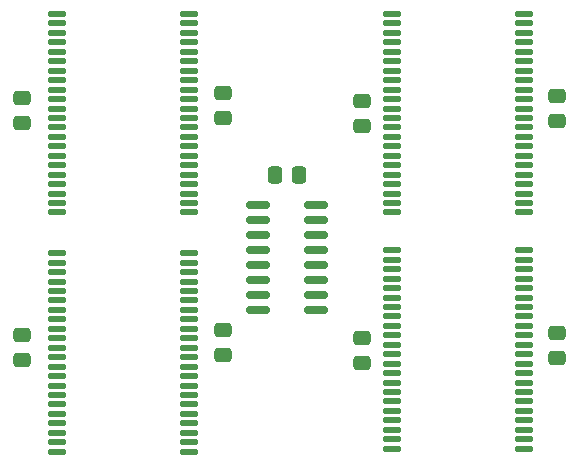
<source format=gtp>
G04 #@! TF.GenerationSoftware,KiCad,Pcbnew,8.0.0*
G04 #@! TF.CreationDate,2024-03-01T08:43:17-05:00*
G04 #@! TF.ProjectId,Rosco-MiniHat-4Mb,526f7363-6f2d-44d6-996e-694861742d34,rev?*
G04 #@! TF.SameCoordinates,Original*
G04 #@! TF.FileFunction,Paste,Top*
G04 #@! TF.FilePolarity,Positive*
%FSLAX46Y46*%
G04 Gerber Fmt 4.6, Leading zero omitted, Abs format (unit mm)*
G04 Created by KiCad (PCBNEW 8.0.0) date 2024-03-01 08:43:17*
%MOMM*%
%LPD*%
G01*
G04 APERTURE LIST*
G04 Aperture macros list*
%AMRoundRect*
0 Rectangle with rounded corners*
0 $1 Rounding radius*
0 $2 $3 $4 $5 $6 $7 $8 $9 X,Y pos of 4 corners*
0 Add a 4 corners polygon primitive as box body*
4,1,4,$2,$3,$4,$5,$6,$7,$8,$9,$2,$3,0*
0 Add four circle primitives for the rounded corners*
1,1,$1+$1,$2,$3*
1,1,$1+$1,$4,$5*
1,1,$1+$1,$6,$7*
1,1,$1+$1,$8,$9*
0 Add four rect primitives between the rounded corners*
20,1,$1+$1,$2,$3,$4,$5,0*
20,1,$1+$1,$4,$5,$6,$7,0*
20,1,$1+$1,$6,$7,$8,$9,0*
20,1,$1+$1,$8,$9,$2,$3,0*%
G04 Aperture macros list end*
%ADD10RoundRect,0.250000X-0.475000X0.337500X-0.475000X-0.337500X0.475000X-0.337500X0.475000X0.337500X0*%
%ADD11RoundRect,0.137500X-0.625000X-0.137500X0.625000X-0.137500X0.625000X0.137500X-0.625000X0.137500X0*%
%ADD12RoundRect,0.250000X0.475000X-0.337500X0.475000X0.337500X-0.475000X0.337500X-0.475000X-0.337500X0*%
%ADD13RoundRect,0.250000X0.337500X0.475000X-0.337500X0.475000X-0.337500X-0.475000X0.337500X-0.475000X0*%
%ADD14RoundRect,0.150000X-0.825000X-0.150000X0.825000X-0.150000X0.825000X0.150000X-0.825000X0.150000X0*%
G04 APERTURE END LIST*
D10*
X37750000Y-60212500D03*
X37750000Y-62287500D03*
D11*
X40662500Y-73350000D03*
X40662500Y-74150000D03*
X40662500Y-74950000D03*
X40662500Y-75750000D03*
X40662500Y-76550000D03*
X40662500Y-77350000D03*
X40662500Y-78150000D03*
X40662500Y-78950000D03*
X40662500Y-79750000D03*
X40662500Y-80550000D03*
X40662500Y-81350000D03*
X40662500Y-82150000D03*
X40662500Y-82950000D03*
X40662500Y-83750000D03*
X40662500Y-84550000D03*
X40662500Y-85350000D03*
X40662500Y-86150000D03*
X40662500Y-86950000D03*
X40662500Y-87750000D03*
X40662500Y-88550000D03*
X40662500Y-89350000D03*
X40662500Y-90150000D03*
X51837500Y-90150000D03*
X51837500Y-89350000D03*
X51837500Y-88550000D03*
X51837500Y-87750000D03*
X51837500Y-86950000D03*
X51837500Y-86150000D03*
X51837500Y-85350000D03*
X51837500Y-84550000D03*
X51837500Y-83750000D03*
X51837500Y-82950000D03*
X51837500Y-82150000D03*
X51837500Y-81350000D03*
X51837500Y-80550000D03*
X51837500Y-79750000D03*
X51837500Y-78950000D03*
X51837500Y-78150000D03*
X51837500Y-77350000D03*
X51837500Y-76550000D03*
X51837500Y-75750000D03*
X51837500Y-74950000D03*
X51837500Y-74150000D03*
X51837500Y-73350000D03*
D12*
X83000000Y-62133000D03*
X83000000Y-60058000D03*
X83000000Y-82183500D03*
X83000000Y-80108500D03*
D11*
X69082500Y-53100000D03*
X69082500Y-53900000D03*
X69082500Y-54700000D03*
X69082500Y-55500000D03*
X69082500Y-56300000D03*
X69082500Y-57100000D03*
X69082500Y-57900000D03*
X69082500Y-58700000D03*
X69082500Y-59500000D03*
X69082500Y-60300000D03*
X69082500Y-61100000D03*
X69082500Y-61900000D03*
X69082500Y-62700000D03*
X69082500Y-63500000D03*
X69082500Y-64300000D03*
X69082500Y-65100000D03*
X69082500Y-65900000D03*
X69082500Y-66700000D03*
X69082500Y-67500000D03*
X69082500Y-68300000D03*
X69082500Y-69100000D03*
X69082500Y-69900000D03*
X80257500Y-69900000D03*
X80257500Y-69100000D03*
X80257500Y-68300000D03*
X80257500Y-67500000D03*
X80257500Y-66700000D03*
X80257500Y-65900000D03*
X80257500Y-65100000D03*
X80257500Y-64300000D03*
X80257500Y-63500000D03*
X80257500Y-62700000D03*
X80257500Y-61900000D03*
X80257500Y-61100000D03*
X80257500Y-60300000D03*
X80257500Y-59500000D03*
X80257500Y-58700000D03*
X80257500Y-57900000D03*
X80257500Y-57100000D03*
X80257500Y-56300000D03*
X80257500Y-55500000D03*
X80257500Y-54700000D03*
X80257500Y-53900000D03*
X80257500Y-53100000D03*
D12*
X54750000Y-81933500D03*
X54750000Y-79858500D03*
X54750000Y-61883000D03*
X54750000Y-59808000D03*
D10*
X66500000Y-80552000D03*
X66500000Y-82627000D03*
D13*
X61187500Y-66750000D03*
X59112500Y-66750000D03*
D10*
X66500000Y-60462500D03*
X66500000Y-62537500D03*
D14*
X57675000Y-69305000D03*
X57675000Y-70575000D03*
X57675000Y-71845000D03*
X57675000Y-73115000D03*
X57675000Y-74385000D03*
X57675000Y-75655000D03*
X57675000Y-76925000D03*
X57675000Y-78195000D03*
X62625000Y-78195000D03*
X62625000Y-76925000D03*
X62625000Y-75655000D03*
X62625000Y-74385000D03*
X62625000Y-73115000D03*
X62625000Y-71845000D03*
X62625000Y-70575000D03*
X62625000Y-69305000D03*
D11*
X69082500Y-73100000D03*
X69082500Y-73900000D03*
X69082500Y-74700000D03*
X69082500Y-75500000D03*
X69082500Y-76300000D03*
X69082500Y-77100000D03*
X69082500Y-77900000D03*
X69082500Y-78700000D03*
X69082500Y-79500000D03*
X69082500Y-80300000D03*
X69082500Y-81100000D03*
X69082500Y-81900000D03*
X69082500Y-82700000D03*
X69082500Y-83500000D03*
X69082500Y-84300000D03*
X69082500Y-85100000D03*
X69082500Y-85900000D03*
X69082500Y-86700000D03*
X69082500Y-87500000D03*
X69082500Y-88300000D03*
X69082500Y-89100000D03*
X69082500Y-89900000D03*
X80257500Y-89900000D03*
X80257500Y-89100000D03*
X80257500Y-88300000D03*
X80257500Y-87500000D03*
X80257500Y-86700000D03*
X80257500Y-85900000D03*
X80257500Y-85100000D03*
X80257500Y-84300000D03*
X80257500Y-83500000D03*
X80257500Y-82700000D03*
X80257500Y-81900000D03*
X80257500Y-81100000D03*
X80257500Y-80300000D03*
X80257500Y-79500000D03*
X80257500Y-78700000D03*
X80257500Y-77900000D03*
X80257500Y-77100000D03*
X80257500Y-76300000D03*
X80257500Y-75500000D03*
X80257500Y-74700000D03*
X80257500Y-73900000D03*
X80257500Y-73100000D03*
D10*
X37750000Y-80302000D03*
X37750000Y-82377000D03*
D11*
X40662500Y-53100000D03*
X40662500Y-53900000D03*
X40662500Y-54700000D03*
X40662500Y-55500000D03*
X40662500Y-56300000D03*
X40662500Y-57100000D03*
X40662500Y-57900000D03*
X40662500Y-58700000D03*
X40662500Y-59500000D03*
X40662500Y-60300000D03*
X40662500Y-61100000D03*
X40662500Y-61900000D03*
X40662500Y-62700000D03*
X40662500Y-63500000D03*
X40662500Y-64300000D03*
X40662500Y-65100000D03*
X40662500Y-65900000D03*
X40662500Y-66700000D03*
X40662500Y-67500000D03*
X40662500Y-68300000D03*
X40662500Y-69100000D03*
X40662500Y-69900000D03*
X51837500Y-69900000D03*
X51837500Y-69100000D03*
X51837500Y-68300000D03*
X51837500Y-67500000D03*
X51837500Y-66700000D03*
X51837500Y-65900000D03*
X51837500Y-65100000D03*
X51837500Y-64300000D03*
X51837500Y-63500000D03*
X51837500Y-62700000D03*
X51837500Y-61900000D03*
X51837500Y-61100000D03*
X51837500Y-60300000D03*
X51837500Y-59500000D03*
X51837500Y-58700000D03*
X51837500Y-57900000D03*
X51837500Y-57100000D03*
X51837500Y-56300000D03*
X51837500Y-55500000D03*
X51837500Y-54700000D03*
X51837500Y-53900000D03*
X51837500Y-53100000D03*
M02*

</source>
